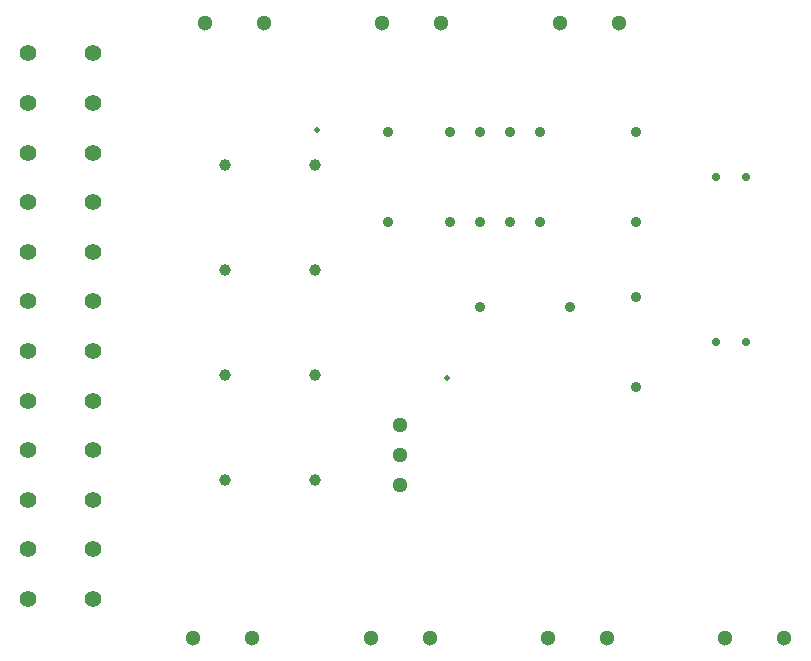
<source format=gbr>
%TF.GenerationSoftware,Novarm,DipTrace,4.0.0.5*%
%TF.CreationDate,2022-05-21T16:57:36-06:00*%
%FSLAX26Y26*%
%MOIN*%
%TF.FileFunction,Plated,1,2,PTH,Drill*%
%TF.Part,Single*%
%TA.AperFunction,ComponentDrill*%
%ADD16C,0.03937*%
%TA.AperFunction,ViaDrill*%
%ADD27C,0.019121*%
%TA.AperFunction,ComponentDrill*%
%ADD30C,0.028005*%
%ADD31C,0.050787*%
%ADD32C,0.035433*%
%ADD33C,0.051181*%
%ADD34C,0.055118*%
G75*
G01*
D30*
X3002756Y2125984D3*
X2902756D3*
X3002756Y1574803D3*
X2902756D3*
D31*
X1850394Y1299213D3*
Y1199213D3*
Y1099213D3*
D16*
X1567323Y2165354D3*
X1267323D3*
X1567323Y1815354D3*
X1267323D3*
X1567323Y1465354D3*
X1267323D3*
X1567323Y1115354D3*
X1267323D3*
D32*
X2637795Y2275984D3*
Y1975984D3*
Y1724803D3*
Y1424803D3*
X1811024Y1975984D3*
Y2275984D3*
X2415181Y1692680D3*
X2115181D3*
D33*
X1200787Y2637795D3*
X1397638D3*
X2381890D3*
X2578740D3*
D34*
X825197Y718898D3*
Y884252D3*
Y1049606D3*
Y1214961D3*
Y1380315D3*
Y1545669D3*
Y1711024D3*
Y1876378D3*
Y2041732D3*
Y2207087D3*
Y2372441D3*
Y2537795D3*
X608661D3*
Y2372441D3*
Y2207087D3*
Y2041732D3*
Y1876378D3*
Y1711024D3*
Y1545669D3*
Y1380315D3*
Y1214961D3*
Y1049606D3*
Y884252D3*
Y718898D3*
D33*
X1161417Y590551D3*
X1358268D3*
X1751969D3*
X1948819D3*
X2342520D3*
X2539370D3*
X2933071D3*
X3129921D3*
D32*
X2315354Y2275984D3*
X2215354D3*
X2115354D3*
X2015354D3*
Y1975984D3*
X2115354D3*
X2215354D3*
X2315354D3*
D33*
X1791339Y2637795D3*
X1988189D3*
D27*
X2007874Y1456693D3*
X1574803Y2283465D3*
X2007874Y1456693D3*
M02*

</source>
